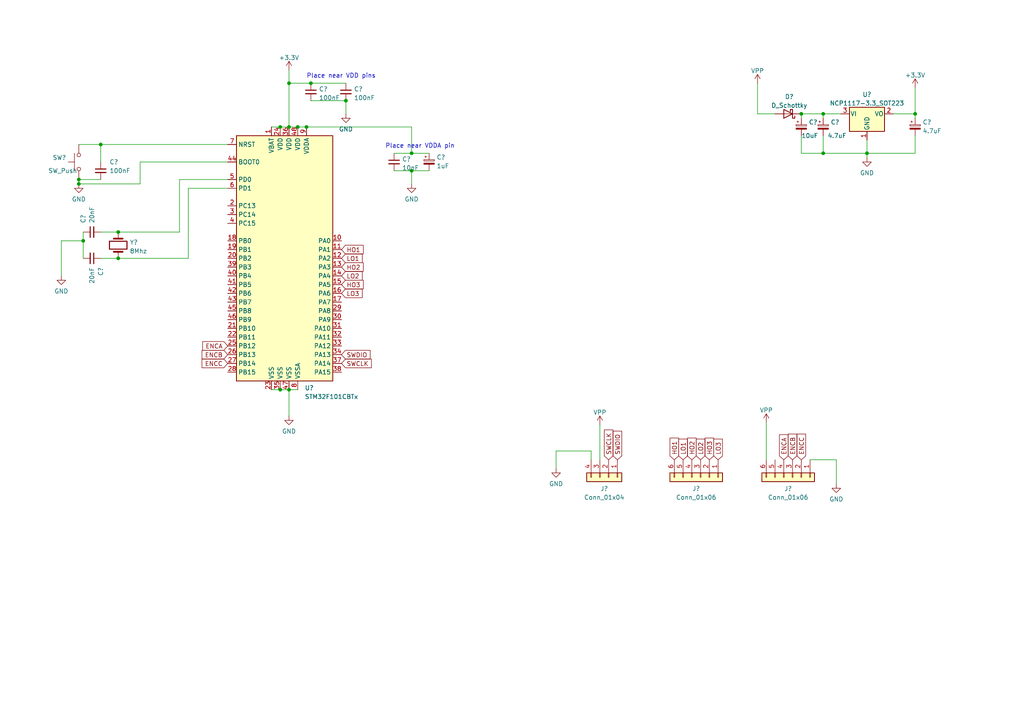
<source format=kicad_sch>
(kicad_sch (version 20211123) (generator eeschema)
  (paper "A4")
  (lib_symbols
    (symbol "Connector_Generic:Conn_01x04" (pin_names (offset 1.016) hide)
      (property "Reference" "J" (at 0 5.08 0))
      (property "Value" "Conn_01x04" (at 0 -7.62 0))
      (symbol "Conn_01x04_1_1"
        (rectangle (start -1.27 -4.953) (end 0 -5.207) (stroke (width 0.1524)))
        (rectangle (start -1.27 -2.413) (end 0 -2.667) (stroke (width 0.1524)))
        (rectangle (start -1.27 0.127) (end 0 -0.127) (stroke (width 0.1524)))
        (rectangle (start -1.27 2.667) (end 0 2.413) (stroke (width 0.1524)))
        (rectangle (start -1.27 3.81) (end 1.27 -6.35) (stroke (width 0.254)) (fill (type background)))
        (pin passive line (at -5.08 2.54 0) (length 3.81) (name "Pin_1") (number "1"))
        (pin passive line (at -5.08 0 0) (length 3.81) (name "Pin_2") (number "2"))
        (pin passive line (at -5.08 -2.54 0) (length 3.81) (name "Pin_3") (number "3"))
        (pin passive line (at -5.08 -5.08 0) (length 3.81) (name "Pin_4") (number "4"))
      )
    )
    (symbol "Connector_Generic:Conn_01x06" (pin_names (offset 1.016) hide)
      (property "Reference" "J" (at 0 7.62 0))
      (property "Value" "Conn_01x06" (at 0 -10.16 0))
      (symbol "Conn_01x06_1_1"
        (rectangle (start -1.27 -7.493) (end 0 -7.747) (stroke (width 0.1524)))
        (rectangle (start -1.27 -4.953) (end 0 -5.207) (stroke (width 0.1524)))
        (rectangle (start -1.27 -2.413) (end 0 -2.667) (stroke (width 0.1524)))
        (rectangle (start -1.27 0.127) (end 0 -0.127) (stroke (width 0.1524)))
        (rectangle (start -1.27 2.667) (end 0 2.413) (stroke (width 0.1524)))
        (rectangle (start -1.27 5.207) (end 0 4.953) (stroke (width 0.1524)))
        (rectangle (start -1.27 6.35) (end 1.27 -8.89) (stroke (width 0.254)) (fill (type background)))
        (pin passive line (at -5.08 5.08 0) (length 3.81) (name "Pin_1") (number "1"))
        (pin passive line (at -5.08 2.54 0) (length 3.81) (name "Pin_2") (number "2"))
        (pin passive line (at -5.08 0 0) (length 3.81) (name "Pin_3") (number "3"))
        (pin passive line (at -5.08 -2.54 0) (length 3.81) (name "Pin_4") (number "4"))
        (pin passive line (at -5.08 -5.08 0) (length 3.81) (name "Pin_5") (number "5"))
        (pin passive line (at -5.08 -7.62 0) (length 3.81) (name "Pin_6") (number "6"))
      )
    )
    (symbol "Device:C_Polarized_Small" (pin_numbers hide) (pin_names (offset 0.254) hide)
      (property "Reference" "C" (at 0.254 1.778 0))
      (property "Value" "C_Polarized_Small" (at 0.254 -2.032 0))
      (symbol "C_Polarized_Small_0_1"
        (rectangle (start -1.524 -0.3048) (end 1.524 -0.6858) (fill (type outline)))
        (rectangle (start -1.524 0.6858) (end 1.524 0.3048))
        (polyline (pts (xy -1.27 1.524) (xy -0.762 1.524)))
        (polyline (pts (xy -1.016 1.27) (xy -1.016 1.778)))
      )
      (symbol "C_Polarized_Small_1_1"
        (pin passive line (at 0 2.54 270) (length 1.8542) (name "~") (number "1"))
        (pin passive line (at 0 -2.54 90) (length 1.8542) (name "~") (number "2"))
      )
    )
    (symbol "Device:C_Small" (pin_numbers hide) (pin_names (offset 0.254) hide)
      (property "Reference" "C" (at 0.254 1.778 0))
      (property "Value" "C_Small" (at 0.254 -2.032 0))
      (symbol "C_Small_0_1"
        (polyline (pts (xy -1.524 -0.508) (xy 1.524 -0.508)) (stroke (width 0.3302)))
        (polyline (pts (xy -1.524 0.508) (xy 1.524 0.508)) (stroke (width 0.3048)))
      )
      (symbol "C_Small_1_1"
        (pin passive line (at 0 2.54 270) (length 2.032) (name "~") (number "1"))
        (pin passive line (at 0 -2.54 90) (length 2.032) (name "~") (number "2"))
      )
    )
    (symbol "Device:Crystal" (pin_numbers hide) (pin_names (offset 1.016) hide)
      (property "Reference" "Y" (at 0 3.81 0))
      (property "Value" "Crystal" (at 0 -3.81 0))
      (symbol "Crystal_0_1"
        (rectangle (start -1.143 2.54) (end 1.143 -2.54) (stroke (width 0.3048)))
        (polyline (pts (xy -2.54 0) (xy -1.905 0)))
        (polyline (pts (xy -1.905 -1.27) (xy -1.905 1.27)) (stroke (width 0.508)))
        (polyline (pts (xy 1.905 -1.27) (xy 1.905 1.27)) (stroke (width 0.508)))
        (polyline (pts (xy 2.54 0) (xy 1.905 0)))
      )
      (symbol "Crystal_1_1"
        (pin passive line (at -3.81 0 0) (length 1.27) (name "1") (number "1"))
        (pin passive line (at 3.81 0 180) (length 1.27) (name "2") (number "2"))
      )
    )
    (symbol "Device:D_Schottky" (pin_numbers hide) (pin_names (offset 1.016) hide)
      (property "Reference" "D" (at 0 2.54 0))
      (property "Value" "D_Schottky" (at 0 -2.54 0))
      (symbol "D_Schottky_0_1"
        (polyline (pts (xy 1.27 0) (xy -1.27 0)))
        (polyline (pts (xy 1.27 1.27) (xy 1.27 -1.27) (xy -1.27 0) (xy 1.27 1.27)) (stroke (width 0.254)))
        (polyline (pts (xy -1.905 0.635) (xy -1.905 1.27) (xy -1.27 1.27) (xy -1.27 -1.27) (xy -0.635 -1.27) (xy -0.635 -0.635)) (stroke (width 0.254)))
      )
      (symbol "D_Schottky_1_1"
        (pin passive line (at -3.81 0 0) (length 2.54) (name "K") (number "1"))
        (pin passive line (at 3.81 0 180) (length 2.54) (name "A") (number "2"))
      )
    )
    (symbol "MCU_ST_STM32F1:STM32F101CBTx"
      (property "Reference" "U" (at -15.24 36.83 0))
      (property "Value" "STM32F101CBTx" (at 7.62 36.83 0))
      (symbol "STM32F101CBTx_0_1"
        (rectangle (start -15.24 -35.56) (end 12.7 35.56) (stroke (width 0.254)) (fill (type background)))
      )
      (symbol "STM32F101CBTx_1_1"
        (pin power_in line (at -5.08 38.1 270) (length 2.54) (name "VBAT") (number "1"))
        (pin bidirectional line (at 15.24 5.08 180) (length 2.54) (name "PA0") (number "10"))
        (pin bidirectional line (at 15.24 2.54 180) (length 2.54) (name "PA1") (number "11"))
        (pin bidirectional line (at 15.24 0 180) (length 2.54) (name "PA2") (number "12"))
        (pin bidirectional line (at 15.24 -2.54 180) (length 2.54) (name "PA3") (number "13"))
        (pin bidirectional line (at 15.24 -5.08 180) (length 2.54) (name "PA4") (number "14"))
        (pin bidirectional line (at 15.24 -7.62 180) (length 2.54) (name "PA5") (number "15"))
        (pin bidirectional line (at 15.24 -10.16 180) (length 2.54) (name "PA6") (number "16"))
        (pin bidirectional line (at 15.24 -12.7 180) (length 2.54) (name "PA7") (number "17"))
        (pin bidirectional line (at -17.78 5.08 0) (length 2.54) (name "PB0") (number "18"))
        (pin bidirectional line (at -17.78 2.54 0) (length 2.54) (name "PB1") (number "19"))
        (pin bidirectional line (at -17.78 15.24 0) (length 2.54) (name "PC13") (number "2"))
        (pin bidirectional line (at -17.78 0 0) (length 2.54) (name "PB2") (number "20"))
        (pin bidirectional line (at -17.78 -20.32 0) (length 2.54) (name "PB10") (number "21"))
        (pin bidirectional line (at -17.78 -22.86 0) (length 2.54) (name "PB11") (number "22"))
        (pin power_in line (at -5.08 -38.1 90) (length 2.54) (name "VSS") (number "23"))
        (pin power_in line (at -2.54 38.1 270) (length 2.54) (name "VDD") (number "24"))
        (pin bidirectional line (at -17.78 -25.4 0) (length 2.54) (name "PB12") (number "25"))
        (pin bidirectional line (at -17.78 -27.94 0) (length 2.54) (name "PB13") (number "26"))
        (pin bidirectional line (at -17.78 -30.48 0) (length 2.54) (name "PB14") (number "27"))
        (pin bidirectional line (at -17.78 -33.02 0) (length 2.54) (name "PB15") (number "28"))
        (pin bidirectional line (at 15.24 -15.24 180) (length 2.54) (name "PA8") (number "29"))
        (pin bidirectional line (at -17.78 12.7 0) (length 2.54) (name "PC14") (number "3"))
        (pin bidirectional line (at 15.24 -17.78 180) (length 2.54) (name "PA9") (number "30"))
        (pin bidirectional line (at 15.24 -20.32 180) (length 2.54) (name "PA10") (number "31"))
        (pin bidirectional line (at 15.24 -22.86 180) (length 2.54) (name "PA11") (number "32"))
        (pin bidirectional line (at 15.24 -25.4 180) (length 2.54) (name "PA12") (number "33"))
        (pin bidirectional line (at 15.24 -27.94 180) (length 2.54) (name "PA13") (number "34"))
        (pin power_in line (at -2.54 -38.1 90) (length 2.54) (name "VSS") (number "35"))
        (pin power_in line (at 0 38.1 270) (length 2.54) (name "VDD") (number "36"))
        (pin bidirectional line (at 15.24 -30.48 180) (length 2.54) (name "PA14") (number "37"))
        (pin bidirectional line (at 15.24 -33.02 180) (length 2.54) (name "PA15") (number "38"))
        (pin bidirectional line (at -17.78 -2.54 0) (length 2.54) (name "PB3") (number "39"))
        (pin bidirectional line (at -17.78 10.16 0) (length 2.54) (name "PC15") (number "4"))
        (pin bidirectional line (at -17.78 -5.08 0) (length 2.54) (name "PB4") (number "40"))
        (pin bidirectional line (at -17.78 -7.62 0) (length 2.54) (name "PB5") (number "41"))
        (pin bidirectional line (at -17.78 -10.16 0) (length 2.54) (name "PB6") (number "42"))
        (pin bidirectional line (at -17.78 -12.7 0) (length 2.54) (name "PB7") (number "43"))
        (pin input line (at -17.78 27.94 0) (length 2.54) (name "BOOT0") (number "44"))
        (pin bidirectional line (at -17.78 -15.24 0) (length 2.54) (name "PB8") (number "45"))
        (pin bidirectional line (at -17.78 -17.78 0) (length 2.54) (name "PB9") (number "46"))
        (pin power_in line (at 0 -38.1 90) (length 2.54) (name "VSS") (number "47"))
        (pin power_in line (at 2.54 38.1 270) (length 2.54) (name "VDD") (number "48"))
        (pin input line (at -17.78 22.86 0) (length 2.54) (name "PD0") (number "5"))
        (pin input line (at -17.78 20.32 0) (length 2.54) (name "PD1") (number "6"))
        (pin input line (at -17.78 33.02 0) (length 2.54) (name "NRST") (number "7"))
        (pin power_in line (at 2.54 -38.1 90) (length 2.54) (name "VSSA") (number "8"))
        (pin power_in line (at 5.08 38.1 270) (length 2.54) (name "VDDA") (number "9"))
      )
    )
    (symbol "Regulator_Linear:NCP1117-3.3_SOT223" (pin_names (offset 0.254))
      (property "Reference" "U" (at -3.81 3.175 0))
      (property "Value" "NCP1117-3.3_SOT223" (at 0 3.175 0))
      (symbol "NCP1117-3.3_SOT223_0_1"
        (rectangle (start -5.08 -5.08) (end 5.08 1.905) (stroke (width 0.254)) (fill (type background)))
      )
      (symbol "NCP1117-3.3_SOT223_1_1"
        (pin power_in line (at 0 -7.62 90) (length 2.54) (name "GND") (number "1"))
        (pin power_out line (at 7.62 0 180) (length 2.54) (name "VO") (number "2"))
        (pin power_in line (at -7.62 0 0) (length 2.54) (name "VI") (number "3"))
      )
    )
    (symbol "Switch:SW_Push" (pin_numbers hide) (pin_names (offset 1.016) hide)
      (property "Reference" "SW" (at 1.27 2.54 0))
      (property "Value" "SW_Push" (at 0 -1.524 0))
      (symbol "SW_Push_0_1"
        (circle (center -2.032 0) (radius 0.508))
        (polyline (pts (xy 0 1.27) (xy 0 3.048)))
        (polyline (pts (xy 2.54 1.27) (xy -2.54 1.27)))
        (circle (center 2.032 0) (radius 0.508))
        (pin passive line (at -5.08 0 0) (length 2.54) (name "1") (number "1"))
        (pin passive line (at 5.08 0 180) (length 2.54) (name "2") (number "2"))
      )
    )
    (symbol "power:+3.3V" (power) (pin_names (offset 0))
      (property "Value" "+3.3V" (at 0 3.556 0))
      (symbol "+3.3V_0_1"
        (polyline (pts (xy -0.762 1.27) (xy 0 2.54)))
        (polyline (pts (xy 0 0) (xy 0 2.54)))
        (polyline (pts (xy 0 2.54) (xy 0.762 1.27)))
      )
      (symbol "+3.3V_1_1"
        (pin power_in line (at 0 0 90) (length 0) hide (name "+3.3V") (number "1"))
      )
    )
    (symbol "power:GND" (power) (pin_names (offset 0))
      (property "Value" "GND" (at 0 -3.81 0))
      (symbol "GND_0_1"
        (polyline (pts (xy 0 0) (xy 0 -1.27) (xy 1.27 -1.27) (xy 0 -2.54) (xy -1.27 -1.27) (xy 0 -1.27)))
      )
      (symbol "GND_1_1"
        (pin power_in line (at 0 0 270) (length 0) hide (name "GND") (number "1"))
      )
    )
    (symbol "power:VPP" (power) (pin_names (offset 0))
      (property "Value" "VPP" (at 0 3.81 0))
      (symbol "VPP_0_1"
        (polyline (pts (xy -0.762 1.27) (xy 0 2.54)))
        (polyline (pts (xy 0 0) (xy 0 2.54)))
        (polyline (pts (xy 0 2.54) (xy 0.762 1.27)))
      )
      (symbol "VPP_1_1"
        (pin power_in line (at 0 0 90) (length 0) hide (name "VPP") (number "1"))
      )
    )
  )
  (junction (at 238.76 33.02))
  (junction (at 81.28 36.83))
  (junction (at 251.46 44.45))
  (junction (at 83.82 113.03))
  (junction (at 24.13 69.85))
  (junction (at 34.29 74.93))
  (junction (at 29.21 41.91))
  (junction (at 232.41 33.02))
  (junction (at 100.33 29.21))
  (junction (at 90.17 24.13))
  (junction (at 83.82 24.13))
  (junction (at 265.43 33.02))
  (junction (at 22.86 52.07))
  (junction (at 88.9 36.83))
  (junction (at 81.28 113.03))
  (junction (at 22.86 53.34))
  (junction (at 238.76 44.45))
  (junction (at 34.29 67.31))
  (junction (at 119.38 49.53))
  (junction (at 86.36 36.83))
  (junction (at 119.38 44.45))
  (junction (at 83.82 36.83))
  (wire (pts (xy 234.95 133.35) (xy 242.57 133.35)))
  (wire (pts (xy 86.36 36.83) (xy 88.9 36.83)))
  (wire (pts (xy 238.76 44.45) (xy 251.46 44.45)))
  (wire (pts (xy 219.71 33.02) (xy 224.79 33.02)))
  (wire (pts (xy 119.38 44.45) (xy 124.46 44.45)))
  (wire (pts (xy 78.74 113.03) (xy 81.28 113.03)))
  (wire (pts (xy 66.04 46.99) (xy 40.64 46.99)))
  (wire (pts (xy 78.74 36.83) (xy 81.28 36.83)))
  (wire (pts (xy 29.21 41.91) (xy 66.04 41.91)))
  (wire (pts (xy 219.71 24.13) (xy 219.71 33.02)))
  (wire (pts (xy 83.82 113.03) (xy 83.82 120.65)))
  (wire (pts (xy 40.64 46.99) (xy 40.64 53.34)))
  (wire (pts (xy 88.9 36.83) (xy 119.38 36.83)))
  (wire (pts (xy 119.38 49.53) (xy 124.46 49.53)))
  (wire (pts (xy 173.99 123.19) (xy 173.99 133.35)))
  (wire (pts (xy 29.21 74.93) (xy 34.29 74.93)))
  (wire (pts (xy 24.13 67.31) (xy 24.13 69.85)))
  (wire (pts (xy 259.08 33.02) (xy 265.43 33.02)))
  (wire (pts (xy 66.04 54.61) (xy 54.61 54.61)))
  (wire (pts (xy 90.17 29.21) (xy 100.33 29.21)))
  (wire (pts (xy 265.43 44.45) (xy 251.46 44.45)))
  (wire (pts (xy 83.82 24.13) (xy 83.82 36.83)))
  (wire (pts (xy 83.82 24.13) (xy 90.17 24.13)))
  (wire (pts (xy 114.3 44.45) (xy 119.38 44.45)))
  (wire (pts (xy 52.07 67.31) (xy 34.29 67.31)))
  (wire (pts (xy 22.86 41.91) (xy 29.21 41.91)))
  (wire (pts (xy 119.38 44.45) (xy 119.38 36.83)))
  (wire (pts (xy 24.13 69.85) (xy 24.13 74.93)))
  (wire (pts (xy 232.41 33.02) (xy 238.76 33.02)))
  (wire (pts (xy 114.3 49.53) (xy 119.38 49.53)))
  (wire (pts (xy 171.45 133.35) (xy 171.45 130.81)))
  (wire (pts (xy 161.29 130.81) (xy 161.29 135.89)))
  (wire (pts (xy 222.25 122.555) (xy 222.25 133.35)))
  (wire (pts (xy 119.38 49.53) (xy 119.38 53.34)))
  (wire (pts (xy 54.61 54.61) (xy 54.61 74.93)))
  (wire (pts (xy 83.82 113.03) (xy 86.36 113.03)))
  (wire (pts (xy 251.46 40.64) (xy 251.46 44.45)))
  (wire (pts (xy 17.78 80.01) (xy 17.78 69.85)))
  (wire (pts (xy 232.41 44.45) (xy 238.76 44.45)))
  (wire (pts (xy 83.82 20.32) (xy 83.82 24.13)))
  (wire (pts (xy 100.33 29.21) (xy 100.33 33.02)))
  (wire (pts (xy 54.61 74.93) (xy 34.29 74.93)))
  (wire (pts (xy 232.41 39.37) (xy 232.41 44.45)))
  (wire (pts (xy 90.17 24.13) (xy 100.33 24.13)))
  (wire (pts (xy 83.82 36.83) (xy 86.36 36.83)))
  (wire (pts (xy 265.43 33.02) (xy 265.43 34.29)))
  (wire (pts (xy 52.07 52.07) (xy 52.07 67.31)))
  (wire (pts (xy 242.57 133.35) (xy 242.57 140.335)))
  (wire (pts (xy 171.45 130.81) (xy 161.29 130.81)))
  (wire (pts (xy 81.28 113.03) (xy 83.82 113.03)))
  (wire (pts (xy 265.43 25.4) (xy 265.43 33.02)))
  (wire (pts (xy 232.41 34.29) (xy 232.41 33.02)))
  (wire (pts (xy 29.21 52.07) (xy 22.86 52.07)))
  (wire (pts (xy 40.64 53.34) (xy 22.86 53.34)))
  (wire (pts (xy 238.76 34.29) (xy 238.76 33.02)))
  (wire (pts (xy 238.76 33.02) (xy 243.84 33.02)))
  (wire (pts (xy 17.78 69.85) (xy 24.13 69.85)))
  (wire (pts (xy 265.43 39.37) (xy 265.43 44.45)))
  (wire (pts (xy 22.86 52.07) (xy 22.86 53.34)))
  (wire (pts (xy 66.04 52.07) (xy 52.07 52.07)))
  (wire (pts (xy 29.21 46.99) (xy 29.21 41.91)))
  (wire (pts (xy 29.21 67.31) (xy 34.29 67.31)))
  (wire (pts (xy 238.76 39.37) (xy 238.76 44.45)))
  (wire (pts (xy 251.46 44.45) (xy 251.46 45.72)))
  (wire (pts (xy 81.28 36.83) (xy 83.82 36.83)))
  (text "Place near VDD pins\n" (at 88.9 22.86 0) (effects (font (size 1.27 1.27)) (justify left bottom)))
  (text "Place near VDDA pin\n" (at 111.76 43.18 0) (effects (font (size 1.27 1.27)) (justify left bottom)))
  (global_label "HO3" (shape input) (at 205.74 133.35 90) (property "Intersheet References" "${INTERSHEET_REFS}" (effects hide)))
  (global_label "LO2" (shape input) (at 203.2 133.35 90) (property "Intersheet References" "${INTERSHEET_REFS}" (effects hide)))
  (global_label "ENCA" (shape input) (at 66.04 100.33 180) (property "Intersheet References" "${INTERSHEET_REFS}" (effects hide)))
  (global_label "HO1" (shape input) (at 195.58 133.35 90) (property "Intersheet References" "${INTERSHEET_REFS}" (effects hide)))
  (global_label "SWDIO" (shape input) (at 99.06 102.87 0) (property "Intersheet References" "${INTERSHEET_REFS}" (effects hide)))
  (global_label "ENCB" (shape input) (at 66.04 102.87 180) (property "Intersheet References" "${INTERSHEET_REFS}" (effects hide)))
  (global_label "SWDIO" (shape input) (at 179.07 133.35 90) (property "Intersheet References" "${INTERSHEET_REFS}" (effects hide)))
  (global_label "ENCA" (shape input) (at 227.33 133.35 90) (property "Intersheet References" "${INTERSHEET_REFS}" (effects hide)))
  (global_label "ENCC" (shape input) (at 232.41 133.35 90) (property "Intersheet References" "${INTERSHEET_REFS}" (effects hide)))
  (global_label "ENCB" (shape input) (at 229.87 133.35 90) (property "Intersheet References" "${INTERSHEET_REFS}" (effects hide)))
  (global_label "HO2" (shape input) (at 200.66 133.35 90) (property "Intersheet References" "${INTERSHEET_REFS}" (effects hide)))
  (global_label "LO1" (shape input) (at 198.12 133.35 90) (property "Intersheet References" "${INTERSHEET_REFS}" (effects hide)))
  (global_label "LO3" (shape input) (at 99.06 85.09 0) (property "Intersheet References" "${INTERSHEET_REFS}" (effects hide)))
  (global_label "SWCLK" (shape input) (at 176.53 133.35 90) (property "Intersheet References" "${INTERSHEET_REFS}" (effects hide)))
  (global_label "HO1" (shape input) (at 99.06 72.39 0) (property "Intersheet References" "${INTERSHEET_REFS}" (effects hide)))
  (global_label "SWCLK" (shape input) (at 99.06 105.41 0) (property "Intersheet References" "${INTERSHEET_REFS}" (effects hide)))
  (global_label "LO1" (shape input) (at 99.06 74.93 0) (property "Intersheet References" "${INTERSHEET_REFS}" (effects hide)))
  (global_label "ENCC" (shape input) (at 66.04 105.41 180) (property "Intersheet References" "${INTERSHEET_REFS}" (effects hide)))
  (global_label "LO3" (shape input) (at 208.28 133.35 90) (property "Intersheet References" "${INTERSHEET_REFS}" (effects hide)))
  (global_label "HO3" (shape input) (at 99.06 82.55 0) (property "Intersheet References" "${INTERSHEET_REFS}" (effects hide)))
  (global_label "LO2" (shape input) (at 99.06 80.01 0) (property "Intersheet References" "${INTERSHEET_REFS}" (effects hide)))
  (global_label "HO2" (shape input) (at 99.06 77.47 0) (property "Intersheet References" "${INTERSHEET_REFS}" (effects hide)))
  (symbol (lib_id "power:GND") (at 17.78 80.01 0) (unit 1)
    (property "Reference" "#PWR?" (effects hide))
    (property "Value" "GND" (at 17.78 84.4534 0))
  )
  (symbol (lib_id "power:GND") (at 83.82 120.65 0) (unit 1)
    (property "Reference" "#PWR?" (effects hide))
    (property "Value" "GND" (at 83.82 125.0934 0))
  )
  (symbol (lib_id "power:GND") (at 119.38 53.34 0) (unit 1)
    (property "Reference" "#PWR?" (effects hide))
    (property "Value" "GND" (at 119.38 57.7834 0))
  )
  (symbol (lib_id "Device:C_Small") (at 26.67 67.31 90) (unit 1)
    (property "Reference" "C?" (at 24.13 64.77 0) (effects (justify left)))
    (property "Value" "20nF" (at 26.6669 64.77 0) (effects (justify left)))
  )
  (symbol (lib_id "power:+3.3V") (at 83.82 20.32 0) (unit 1)
    (property "Reference" "#PWR?" (effects hide))
    (property "Value" "+3.3V" (at 83.82 16.7442 0))
  )
  (symbol (lib_id "Device:C_Small") (at 26.67 74.93 270) (unit 1)
    (property "Reference" "C?" (at 29.21 77.47 0) (effects (justify left)))
    (property "Value" "20nF" (at 26.6731 77.47 0) (effects (justify left)))
  )
  (symbol (lib_id "Device:C_Small") (at 114.3 46.99 0) (unit 1)
    (property "Reference" "C?" (at 116.6241 46.1616 0) (effects (justify left)))
    (property "Value" "10nF" (at 116.6241 48.6985 0) (effects (justify left)))
  )
  (symbol (lib_id "Device:C_Polarized_Small") (at 232.41 36.83 0) (unit 1)
    (property "Reference" "C?" (at 234.569 35.4492 0) (effects (justify left)))
    (property "Value" "10uF" (at 232.41 39.37 0) (effects (justify left)))
  )
  (symbol (lib_id "Device:C_Small") (at 90.17 26.67 0) (unit 1)
    (property "Reference" "C?" (at 92.4941 25.8416 0) (effects (justify left)))
    (property "Value" "100nF" (at 92.4941 28.3785 0) (effects (justify left)))
  )
  (symbol (lib_id "Device:C_Small") (at 100.33 26.67 0) (unit 1)
    (property "Reference" "C?" (at 102.6541 25.8416 0) (effects (justify left)))
    (property "Value" "100nF" (at 102.6541 28.3785 0) (effects (justify left)))
  )
  (symbol (lib_id "Connector_Generic:Conn_01x04") (at 176.53 138.43 270) (unit 1)
    (property "Reference" "J?" (at 175.26 141.7304 90))
    (property "Value" "Conn_01x04" (at 175.26 144.2673 90))
  )
  (symbol (lib_id "Regulator_Linear:NCP1117-3.3_SOT223") (at 251.46 33.02 0) (unit 1)
    (property "Reference" "U?" (at 251.46 27.4152 0))
    (property "Value" "NCP1117-3.3_SOT223" (at 251.46 29.9521 0))
    (property "Footprint" "Package_TO_SOT_SMD:SOT-223-3_TabPin2" (effects hide))
    (property "Datasheet" "http://www.onsemi.com/pub_link/Collateral/NCP1117-D.PDF" (effects hide))
  )
  (symbol (lib_id "Device:C_Polarized_Small") (at 238.76 36.83 0) (unit 1)
    (property "Reference" "C?" (at 240.919 35.4492 0) (effects (justify left)))
    (property "Value" "4.7uF" (at 240.03 39.37 0) (effects (justify left)))
  )
  (symbol (lib_id "power:+3.3V") (at 265.43 25.4 0) (unit 1)
    (property "Reference" "#PWR?" (effects hide))
    (property "Value" "+3.3V" (at 265.43 21.8242 0))
  )
  (symbol (lib_id "power:GND") (at 242.57 140.335 0) (unit 1)
    (property "Reference" "#PWR?" (effects hide))
    (property "Value" "GND" (at 242.57 144.7784 0))
  )
  (symbol (lib_id "Switch:SW_Push") (at 22.86 46.99 90) (unit 1)
    (property "Reference" "SW?" (at 15.24 45.72 90) (effects (justify right)))
    (property "Value" "SW_Push" (at 13.97 49.53 90) (effects (justify right)))
  )
  (symbol (lib_id "power:VPP") (at 222.25 122.555 0) (unit 1)
    (property "Reference" "#PWR?" (effects hide))
    (property "Value" "VPP" (at 222.25 118.9792 0))
  )
  (symbol (lib_id "Device:C_Polarized_Small") (at 265.43 36.83 0) (unit 1)
    (property "Reference" "C?" (at 267.589 35.4492 0) (effects (justify left)))
    (property "Value" "4.7uF" (at 267.589 37.9861 0) (effects (justify left)))
  )
  (symbol (lib_id "MCU_ST_STM32F1:STM32F101CBTx") (at 83.82 74.93 0) (unit 1)
    (property "Reference" "U?" (at 88.3794 112.5204 0) (effects (justify left)))
    (property "Value" "STM32F101CBTx" (at 88.3794 115.0573 0) (effects (justify left)))
    (property "Footprint" "Package_QFP:LQFP-48_7x7mm_P0.5mm" (effects hide))
    (property "Datasheet" "http://www.st.com/st-web-ui/static/active/en/resource/technical/document/datasheet/CD00161561.pdf" (effects hide))
  )
  (symbol (lib_id "power:GND") (at 251.46 45.72 0) (unit 1)
    (property "Reference" "#PWR?" (effects hide))
    (property "Value" "GND" (at 251.46 50.1634 0))
  )
  (symbol (lib_id "Device:C_Polarized_Small") (at 124.46 46.99 0) (unit 1)
    (property "Reference" "C?" (at 126.619 45.6092 0) (effects (justify left)))
    (property "Value" "1uF" (at 126.619 48.1461 0) (effects (justify left)))
  )
  (symbol (lib_id "Device:Crystal") (at 34.29 71.12 90) (unit 1)
    (property "Reference" "Y?" (at 37.6174 70.2853 90) (effects (justify right)))
    (property "Value" "8Mhz" (at 37.6174 72.8222 90) (effects (justify right)))
  )
  (symbol (lib_id "Connector_Generic:Conn_01x06") (at 203.2 138.43 270) (unit 1)
    (property "Reference" "J?" (at 201.93 141.7304 90))
    (property "Value" "Conn_01x06" (at 201.93 144.2673 90))
  )
  (symbol (lib_id "power:VPP") (at 219.71 24.13 0) (unit 1)
    (property "Reference" "#PWR?" (effects hide))
    (property "Value" "VPP" (at 219.71 20.5542 0))
  )
  (symbol (lib_id "power:GND") (at 100.33 33.02 0) (unit 1)
    (property "Reference" "#PWR?" (effects hide))
    (property "Value" "GND" (at 100.33 37.4634 0))
  )
  (symbol (lib_id "Device:D_Schottky") (at 228.6 33.02 180) (unit 1)
    (property "Reference" "D?" (at 228.9175 28.0502 0))
    (property "Value" "D_Schottky" (at 228.9175 30.5871 0))
  )
  (symbol (lib_id "Device:C_Small") (at 29.21 49.53 0) (unit 1)
    (property "Reference" "C?" (at 31.75 46.99 0) (effects (justify left)))
    (property "Value" "100nF" (at 31.75 49.5269 0) (effects (justify left)))
  )
  (symbol (lib_id "power:VPP") (at 173.99 123.19 0) (unit 1)
    (property "Reference" "#PWR?" (effects hide))
    (property "Value" "VPP" (at 173.99 119.6142 0))
  )
  (symbol (lib_id "Connector_Generic:Conn_01x06") (at 229.87 138.43 270) (unit 1)
    (property "Reference" "J?" (at 228.6 141.7304 90))
    (property "Value" "Conn_01x06" (at 228.6 144.2673 90))
  )
  (symbol (lib_id "power:GND") (at 161.29 135.89 0) (unit 1)
    (property "Reference" "#PWR?" (effects hide))
    (property "Value" "GND" (at 161.29 140.3334 0))
  )
  (symbol (lib_id "power:GND") (at 22.86 53.34 0) (unit 1)
    (property "Reference" "#PWR?" (effects hide))
    (property "Value" "GND" (at 22.86 57.7834 0))
  )
)
</source>
